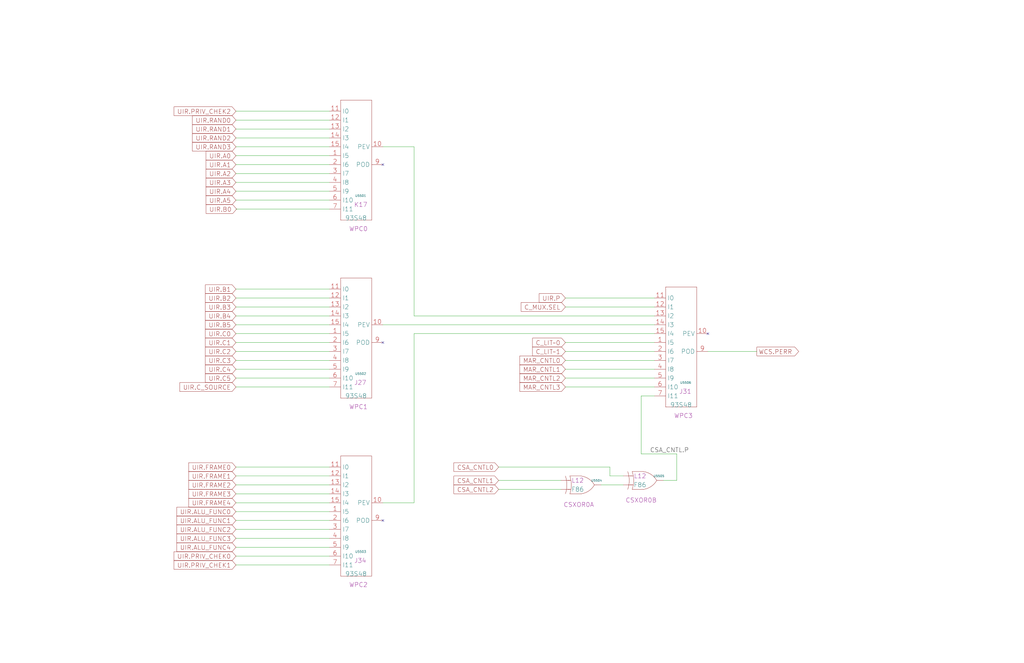
<source format=kicad_sch>
(kicad_sch (version 20250114) (generator "eeschema") (generator_version "9.0")
  (paper "User" 584.2 378.46)
  (title_block (title "WRITABLE CONTROL STORE\\nWCS PARITY") (date "15-MAR-90") (rev "1.0") (comment 1 "TYPE") (comment 2 "232-003062") (comment 3 "S400") (comment 4 "RELEASED"))
  (lib_symbols
    (symbol "r1000:93S48" (pin_names (offset 1.016))
      (property "Reference" "U" (at 2.54 5.08 0))
      (property "Value" "93S48" (at -6.35 -7.62 0))
      (property "Location" "___" (at -1.27 0 0))
      (property "Name" "______" (at 1.27 -15.24 0))
      (symbol "93S48_1_1"
        (rectangle (start -8.89 59.69) (end 8.89 -8.89))
        (pin input line (at -15.24 53.34 0) (length 6.35) (name "I0") (number "11"))
        (pin input line (at -15.24 48.26 0) (length 6.35) (name "I1") (number "12"))
        (pin input line (at -15.24 43.18 0) (length 6.35) (name "I2") (number "13"))
        (pin input line (at -15.24 38.1 0) (length 6.35) (name "I3") (number "14"))
        (pin input line (at -15.24 33.02 0) (length 6.35) (name "I4") (number "15"))
        (pin input line (at -15.24 27.94 0) (length 6.35) (name "I5") (number "1"))
        (pin input line (at -15.24 22.86 0) (length 6.35) (name "I6") (number "2"))
        (pin input line (at -15.24 17.78 0) (length 6.35) (name "I7") (number "3"))
        (pin input line (at -15.24 12.7 0) (length 6.35) (name "I8") (number "4"))
        (pin input line (at -15.24 7.62 0) (length 6.35) (name "I9") (number "5"))
        (pin input line (at -15.24 2.54 0) (length 6.35) (name "I10") (number "6"))
        (pin input line (at -15.24 -2.54 0) (length 6.35) (name "I11") (number "7"))
        (pin output line (at 15.24 33.02 180) (length 6.35) (name "PEV") (number "10"))
        (pin output line (at 15.24 22.86 180) (length 6.35) (name "POD") (number "9"))
      )
    )
    (symbol "r1000:F86" (pin_numbers (hide yes)) (pin_names (hide yes))
      (property "Reference" "U" (at 12.7 2.54 0))
      (property "Value" "F86" (at 1.905 -2.54 0))
      (property "Location" "___" (at 1.905 2.54 0))
      (property "Name" "______" (at 2.54 -12.7 0))
      (symbol "F86_0_0"
        (arc (start -5.0873 5.08) (mid -4.2626 0) (end -5.0873 -5.08) (stroke (width 0.1524)))
        (arc (start -2.5473 5.08) (mid -1.7226 0) (end -2.5473 -5.08) (stroke (width 0.1524)))
        (polyline (pts (xy -2.54 5.08) (xy 3.81 5.08)) (stroke (width 0.1524)))
        (polyline (pts (xy -2.54 -5.08) (xy 3.81 -5.08)) (stroke (width 0.1524)))
        (arc (start 11.43 0) (mid 8.2204 -3.4407) (end 3.81 -5.08) (stroke (width 0.1524)))
        (arc (start 3.81 5.08) (mid 8.2217 3.4425) (end 11.43 0) (stroke (width 0.1524)))
      )
      (symbol "F86_0_1"
        (polyline (pts (xy -3.81 2.54) (xy -1.905 2.54)) (stroke (width 0.1524)))
        (polyline (pts (xy -3.81 -2.54) (xy -1.905 -2.54)) (stroke (width 0.1524)))
        (polyline (pts (xy 12.7 0) (xy 11.43 0)) (stroke (width 0.1524)))
      )
      (symbol "F86_1_1"
        (pin input line (at -7.62 2.54 0) (length 5.08) (name "D0") (number "1"))
        (pin input line (at -7.62 -2.54 0) (length 5.08) (name "D1") (number "2"))
        (pin output line (at 15.24 0 180) (length 2.54) (name "Q") (number "3"))
      )
    )
  )
  (no_connect (at 218.44 93.98))
  (no_connect (at 218.44 297.18))
  (no_connect (at 403.86 190.5))
  (no_connect (at 218.44 195.58))
  (wire (pts (xy 236.22 287.02) (xy 236.22 190.5)))
  (wire (pts (xy 134.62 302.26) (xy 187.96 302.26)))
  (wire (pts (xy 365.76 226.06) (xy 365.76 259.08)))
  (wire (pts (xy 134.62 307.34) (xy 187.96 307.34)))
  (wire (pts (xy 342.9 276.86) (xy 355.6 276.86)))
  (wire (pts (xy 322.58 175.26) (xy 373.38 175.26)))
  (wire (pts (xy 134.62 104.14) (xy 187.96 104.14)))
  (wire (pts (xy 134.62 276.86) (xy 187.96 276.86)))
  (wire (pts (xy 134.62 220.98) (xy 187.96 220.98)))
  (wire (pts (xy 134.62 165.1) (xy 187.96 165.1)))
  (wire (pts (xy 365.76 259.08) (xy 386.08 259.08)))
  (wire (pts (xy 322.58 200.66) (xy 373.38 200.66)))
  (wire (pts (xy 134.62 271.78) (xy 187.96 271.78)))
  (wire (pts (xy 284.48 274.32) (xy 320.04 274.32)))
  (wire (pts (xy 134.62 68.58) (xy 187.96 68.58)))
  (wire (pts (xy 134.62 88.9) (xy 187.96 88.9)))
  (wire (pts (xy 236.22 190.5) (xy 373.38 190.5)))
  (wire (pts (xy 134.62 210.82) (xy 187.96 210.82)))
  (wire (pts (xy 134.62 109.22) (xy 187.96 109.22)))
  (wire (pts (xy 134.62 312.42) (xy 187.96 312.42)))
  (wire (pts (xy 236.22 180.34) (xy 373.38 180.34)))
  (wire (pts (xy 134.62 200.66) (xy 187.96 200.66)))
  (wire (pts (xy 134.62 185.42) (xy 187.96 185.42)))
  (wire (pts (xy 322.58 210.82) (xy 373.38 210.82)))
  (wire (pts (xy 134.62 205.74) (xy 187.96 205.74)))
  (wire (pts (xy 322.58 170.18) (xy 373.38 170.18)))
  (wire (pts (xy 134.62 266.7) (xy 187.96 266.7)))
  (wire (pts (xy 322.58 215.9) (xy 373.38 215.9)))
  (wire (pts (xy 134.62 195.58) (xy 187.96 195.58)))
  (wire (pts (xy 284.48 279.4) (xy 320.04 279.4)))
  (wire (pts (xy 134.62 78.74) (xy 187.96 78.74)))
  (wire (pts (xy 134.62 114.3) (xy 187.96 114.3)))
  (wire (pts (xy 134.62 180.34) (xy 187.96 180.34)))
  (wire (pts (xy 134.62 297.18) (xy 187.96 297.18)))
  (wire (pts (xy 134.62 170.18) (xy 187.96 170.18)))
  (wire (pts (xy 373.38 226.06) (xy 365.76 226.06)))
  (wire (pts (xy 134.62 119.38) (xy 187.96 119.38)))
  (wire (pts (xy 134.62 292.1) (xy 187.96 292.1)))
  (wire (pts (xy 134.62 215.9) (xy 187.96 215.9)))
  (wire (pts (xy 322.58 205.74) (xy 373.38 205.74)))
  (wire (pts (xy 322.58 195.58) (xy 373.38 195.58)))
  (wire (pts (xy 218.44 287.02) (xy 236.22 287.02)))
  (wire (pts (xy 134.62 287.02) (xy 187.96 287.02)))
  (wire (pts (xy 386.08 274.32) (xy 378.46 274.32)))
  (wire (pts (xy 134.62 83.82) (xy 187.96 83.82)))
  (wire (pts (xy 134.62 322.58) (xy 187.96 322.58)))
  (wire (pts (xy 347.98 271.78) (xy 355.6 271.78)))
  (wire (pts (xy 322.58 220.98) (xy 373.38 220.98)))
  (wire (pts (xy 386.08 259.08) (xy 386.08 274.32)))
  (wire (pts (xy 403.86 200.66) (xy 431.8 200.66)))
  (wire (pts (xy 218.44 83.82) (xy 236.22 83.82)))
  (wire (pts (xy 134.62 317.5) (xy 187.96 317.5)))
  (wire (pts (xy 284.48 266.7) (xy 347.98 266.7)))
  (wire (pts (xy 236.22 83.82) (xy 236.22 180.34)))
  (wire (pts (xy 134.62 281.94) (xy 187.96 281.94)))
  (wire (pts (xy 134.62 93.98) (xy 187.96 93.98)))
  (wire (pts (xy 134.62 63.5) (xy 187.96 63.5)))
  (wire (pts (xy 218.44 185.42) (xy 373.38 185.42)))
  (wire (pts (xy 347.98 266.7) (xy 347.98 271.78)))
  (wire (pts (xy 134.62 190.5) (xy 187.96 190.5)))
  (wire (pts (xy 134.62 175.26) (xy 187.96 175.26)))
  (wire (pts (xy 134.62 99.06) (xy 187.96 99.06)))
  (wire (pts (xy 134.62 73.66) (xy 187.96 73.66)))
  (label "CSA_CNTL.P" (at 370.84 259.08 0) (effects (font (size 2.54 2.54))))
  (global_label "UIR.P" (shape input) (at 322.58 170.18 180) (effects (font (size 2.54 2.54))) (property "Intersheetrefs" "${INTERSHEET_REFS}" (at 307.594 170.0213 0) (effects (font (size 1.905 1.905)) (justify right))))
  (global_label "UIR.B1" (shape input) (at 134.62 165.1 180) (effects (font (size 2.54 2.54))) (property "Intersheetrefs" "${INTERSHEET_REFS}" (at 117.215 164.9413 0) (effects (font (size 1.905 1.905)) (justify right))))
  (global_label "UIR.B4" (shape input) (at 134.62 180.34 180) (effects (font (size 2.54 2.54))) (property "Intersheetrefs" "${INTERSHEET_REFS}" (at 117.215 180.1813 0) (effects (font (size 1.905 1.905)) (justify right))))
  (global_label "UIR.FRAME4" (shape input) (at 134.62 287.02 180) (effects (font (size 2.54 2.54))) (property "Intersheetrefs" "${INTERSHEET_REFS}" (at 107.6597 286.8613 0) (effects (font (size 1.905 1.905)) (justify right))))
  (global_label "UIR.PRIV_CHEK1" (shape input) (at 134.62 322.58 180) (effects (font (size 2.54 2.54))) (property "Intersheetrefs" "${INTERSHEET_REFS}" (at 99.314 322.4213 0) (effects (font (size 1.905 1.905)) (justify right))))
  (global_label "UIR.ALU_FUNC3" (shape input) (at 134.62 307.34 180) (effects (font (size 2.54 2.54))) (property "Intersheetrefs" "${INTERSHEET_REFS}" (at 100.8864 307.1813 0) (effects (font (size 1.905 1.905)) (justify right))))
  (global_label "UIR.FRAME1" (shape input) (at 134.62 271.78 180) (effects (font (size 2.54 2.54))) (property "Intersheetrefs" "${INTERSHEET_REFS}" (at 107.6597 271.6213 0) (effects (font (size 1.905 1.905)) (justify right))))
  (global_label "MAR_CNTL0" (shape input) (at 322.58 205.74 180) (effects (font (size 2.54 2.54))) (property "Intersheetrefs" "${INTERSHEET_REFS}" (at 296.5873 205.5813 0) (effects (font (size 1.905 1.905)) (justify right))))
  (global_label "UIR.C3" (shape input) (at 134.62 205.74 180) (effects (font (size 2.54 2.54))) (property "Intersheetrefs" "${INTERSHEET_REFS}" (at 117.215 205.5813 0) (effects (font (size 1.905 1.905)) (justify right))))
  (global_label "UIR.A2" (shape input) (at 134.62 99.06 180) (effects (font (size 2.54 2.54))) (property "Intersheetrefs" "${INTERSHEET_REFS}" (at 117.5778 98.9013 0) (effects (font (size 1.905 1.905)) (justify right))))
  (global_label "UIR.C5" (shape input) (at 134.62 215.9 180) (effects (font (size 2.54 2.54))) (property "Intersheetrefs" "${INTERSHEET_REFS}" (at 117.215 215.7413 0) (effects (font (size 1.905 1.905)) (justify right))))
  (global_label "CSA_CNTL2" (shape input) (at 284.48 279.4 180) (effects (font (size 2.54 2.54))) (property "Intersheetrefs" "${INTERSHEET_REFS}" (at 258.9711 279.2413 0) (effects (font (size 1.905 1.905)) (justify right))))
  (global_label "UIR.C2" (shape input) (at 134.62 200.66 180) (effects (font (size 2.54 2.54))) (property "Intersheetrefs" "${INTERSHEET_REFS}" (at 117.215 200.5013 0) (effects (font (size 1.905 1.905)) (justify right))))
  (global_label "UIR.B0" (shape input) (at 134.9947 119.38 180) (effects (font (size 2.54 2.54))) (property "Intersheetrefs" "${INTERSHEET_REFS}" (at 117.5897 119.2213 0) (effects (font (size 1.905 1.905)) (justify right))))
  (global_label "UIR.RAND2" (shape input) (at 134.62 78.74 180) (effects (font (size 2.54 2.54))) (property "Intersheetrefs" "${INTERSHEET_REFS}" (at 109.8369 78.5813 0) (effects (font (size 1.905 1.905)) (justify right))))
  (global_label "C_LIT~0" (shape input) (at 322.58 195.58 180) (effects (font (size 2.54 2.54))) (property "Intersheetrefs" "${INTERSHEET_REFS}" (at 303.8445 195.4213 0) (effects (font (size 1.905 1.905)) (justify right))))
  (global_label "WCS.PERR" (shape output) (at 431.8 200.66 0) (effects (font (size 2.54 2.54))) (property "Intersheetrefs" "${INTERSHEET_REFS}" (at 455.6155 200.5013 0) (effects (font (size 1.905 1.905)) (justify left))))
  (global_label "UIR.B3" (shape input) (at 134.62 175.26 180) (effects (font (size 2.54 2.54))) (property "Intersheetrefs" "${INTERSHEET_REFS}" (at 117.215 175.1013 0) (effects (font (size 1.905 1.905)) (justify right))))
  (global_label "C_MUX.SEL" (shape input) (at 322.58 175.26 180) (effects (font (size 2.54 2.54))) (property "Intersheetrefs" "${INTERSHEET_REFS}" (at 297.313 175.1013 0) (effects (font (size 1.905 1.905)) (justify right))))
  (global_label "UIR.FRAME3" (shape input) (at 134.62 281.94 180) (effects (font (size 2.54 2.54))) (property "Intersheetrefs" "${INTERSHEET_REFS}" (at 107.6597 281.7813 0) (effects (font (size 1.905 1.905)) (justify right))))
  (global_label "UIR.ALU_FUNC2" (shape input) (at 134.62 302.26 180) (effects (font (size 2.54 2.54))) (property "Intersheetrefs" "${INTERSHEET_REFS}" (at 100.8864 302.1013 0) (effects (font (size 1.905 1.905)) (justify right))))
  (global_label "UIR.A4" (shape input) (at 134.62 109.22 180) (effects (font (size 2.54 2.54))) (property "Intersheetrefs" "${INTERSHEET_REFS}" (at 117.5778 109.0613 0) (effects (font (size 1.905 1.905)) (justify right))))
  (global_label "CSA_CNTL0" (shape input) (at 284.48 266.7 180) (effects (font (size 2.54 2.54))) (property "Intersheetrefs" "${INTERSHEET_REFS}" (at 258.9711 266.5413 0) (effects (font (size 1.905 1.905)) (justify right))))
  (global_label "MAR_CNTL1" (shape input) (at 322.58 210.82 180) (effects (font (size 2.54 2.54))) (property "Intersheetrefs" "${INTERSHEET_REFS}" (at 296.5873 210.6613 0) (effects (font (size 1.905 1.905)) (justify right))))
  (global_label "UIR.ALU_FUNC1" (shape input) (at 134.62 297.18 180) (effects (font (size 2.54 2.54))) (property "Intersheetrefs" "${INTERSHEET_REFS}" (at 100.8864 297.0213 0) (effects (font (size 1.905 1.905)) (justify right))))
  (global_label "UIR.A5" (shape input) (at 134.62 114.3 180) (effects (font (size 2.54 2.54))) (property "Intersheetrefs" "${INTERSHEET_REFS}" (at 117.5778 114.1413 0) (effects (font (size 1.905 1.905)) (justify right))))
  (global_label "MAR_CNTL2" (shape input) (at 322.58 215.9 180) (effects (font (size 2.54 2.54))) (property "Intersheetrefs" "${INTERSHEET_REFS}" (at 296.5873 215.7413 0) (effects (font (size 1.905 1.905)) (justify right))))
  (global_label "UIR.RAND3" (shape input) (at 134.62 83.82 180) (effects (font (size 2.54 2.54))) (property "Intersheetrefs" "${INTERSHEET_REFS}" (at 109.8369 83.6613 0) (effects (font (size 1.905 1.905)) (justify right))))
  (global_label "UIR.A1" (shape input) (at 134.62 93.98 180) (effects (font (size 2.54 2.54))) (property "Intersheetrefs" "${INTERSHEET_REFS}" (at 117.5778 93.8213 0) (effects (font (size 1.905 1.905)) (justify right))))
  (global_label "UIR.C1" (shape input) (at 134.62 195.58 180) (effects (font (size 2.54 2.54))) (property "Intersheetrefs" "${INTERSHEET_REFS}" (at 117.215 195.4213 0) (effects (font (size 1.905 1.905)) (justify right))))
  (global_label "UIR.C4" (shape input) (at 134.62 210.82 180) (effects (font (size 2.54 2.54))) (property "Intersheetrefs" "${INTERSHEET_REFS}" (at 117.215 210.6613 0) (effects (font (size 1.905 1.905)) (justify right))))
  (global_label "C_LIT~1" (shape input) (at 322.58 200.66 180) (effects (font (size 2.54 2.54))) (property "Intersheetrefs" "${INTERSHEET_REFS}" (at 303.8445 200.5013 0) (effects (font (size 1.905 1.905)) (justify right))))
  (global_label "UIR.ALU_FUNC4" (shape input) (at 134.62 312.42 180) (effects (font (size 2.54 2.54))) (property "Intersheetrefs" "${INTERSHEET_REFS}" (at 100.8864 312.2613 0) (effects (font (size 1.905 1.905)) (justify right))))
  (global_label "UIR.RAND1" (shape input) (at 134.62 73.66 180) (effects (font (size 2.54 2.54))) (property "Intersheetrefs" "${INTERSHEET_REFS}" (at 109.8369 73.5013 0) (effects (font (size 1.905 1.905)) (justify right))))
  (global_label "UIR.A0" (shape input) (at 134.62 88.9 180) (effects (font (size 2.54 2.54))) (property "Intersheetrefs" "${INTERSHEET_REFS}" (at 117.5778 88.7413 0) (effects (font (size 1.905 1.905)) (justify right))))
  (global_label "UIR.ALU_FUNC0" (shape input) (at 134.62 292.1 180) (effects (font (size 2.54 2.54))) (property "Intersheetrefs" "${INTERSHEET_REFS}" (at 100.8864 291.9413 0) (effects (font (size 1.905 1.905)) (justify right))))
  (global_label "UIR.C0" (shape input) (at 134.62 190.5 180) (effects (font (size 2.54 2.54))) (property "Intersheetrefs" "${INTERSHEET_REFS}" (at 117.215 190.3413 0) (effects (font (size 1.905 1.905)) (justify right))))
  (global_label "UIR.PRIV_CHEK0" (shape input) (at 134.62 317.5 180) (effects (font (size 2.54 2.54))) (property "Intersheetrefs" "${INTERSHEET_REFS}" (at 99.314 317.3413 0) (effects (font (size 1.905 1.905)) (justify right))))
  (global_label "UIR.B2" (shape input) (at 134.62 170.18 180) (effects (font (size 2.54 2.54))) (property "Intersheetrefs" "${INTERSHEET_REFS}" (at 117.215 170.0213 0) (effects (font (size 1.905 1.905)) (justify right))))
  (global_label "UIR.PRIV_CHEK2" (shape input) (at 134.62 63.5 180) (effects (font (size 2.54 2.54))) (property "Intersheetrefs" "${INTERSHEET_REFS}" (at 99.314 63.3413 0) (effects (font (size 1.905 1.905)) (justify right))))
  (global_label "UIR.RAND0" (shape input) (at 134.62 68.58 180) (effects (font (size 2.54 2.54))) (property "Intersheetrefs" "${INTERSHEET_REFS}" (at 109.8369 68.4213 0) (effects (font (size 1.905 1.905)) (justify right))))
  (global_label "UIR.C_SOURCE" (shape input) (at 134.62 220.98 180) (effects (font (size 2.54 2.54))) (property "Intersheetrefs" "${INTERSHEET_REFS}" (at 102.5797 220.8213 0) (effects (font (size 1.905 1.905)) (justify right))))
  (global_label "CSA_CNTL1" (shape input) (at 284.48 274.32 180) (effects (font (size 2.54 2.54))) (property "Intersheetrefs" "${INTERSHEET_REFS}" (at 258.9711 274.1613 0) (effects (font (size 1.905 1.905)) (justify right))))
  (global_label "UIR.FRAME0" (shape input) (at 134.62 266.7 180) (effects (font (size 2.54 2.54))) (property "Intersheetrefs" "${INTERSHEET_REFS}" (at 107.6597 266.5413 0) (effects (font (size 1.905 1.905)) (justify right))))
  (global_label "UIR.B5" (shape input) (at 134.62 185.42 180) (effects (font (size 2.54 2.54))) (property "Intersheetrefs" "${INTERSHEET_REFS}" (at 117.215 185.2613 0) (effects (font (size 1.905 1.905)) (justify right))))
  (global_label "UIR.A3" (shape input) (at 134.62 104.14 180) (effects (font (size 2.54 2.54))) (property "Intersheetrefs" "${INTERSHEET_REFS}" (at 117.5778 103.9813 0) (effects (font (size 1.905 1.905)) (justify right))))
  (global_label "UIR.FRAME2" (shape input) (at 134.62 276.86 180) (effects (font (size 2.54 2.54))) (property "Intersheetrefs" "${INTERSHEET_REFS}" (at 107.6597 276.7013 0) (effects (font (size 1.905 1.905)) (justify right))))
  (global_label "MAR_CNTL3" (shape input) (at 322.58 220.98 180) (effects (font (size 2.54 2.54))) (property "Intersheetrefs" "${INTERSHEET_REFS}" (at 296.5873 220.8213 0) (effects (font (size 1.905 1.905)) (justify right))))
  (symbol (lib_id "r1000:93S48") (at 203.2 218.44 0) (unit 1)
    (property "Reference" "U5502" (at 205.74 213.36 0))
    (property "Value" "93S48" (at 196.85 226.06 0) (effects (font (size 2.54 2.54)) (justify left)))
    (property "Location" "J27" (at 201.93 218.44 0) (effects (font (size 2.54 2.54)) (justify left)))
    (property "Name" "WPC1" (at 204.47 233.68 0) (effects (font (size 2.54 2.54)) (justify bottom)))
  )
  (symbol (lib_id "r1000:93S48") (at 203.2 320.04 0) (unit 1)
    (property "Reference" "U5503" (at 205.74 314.96 0))
    (property "Value" "93S48" (at 196.85 327.66 0) (effects (font (size 2.54 2.54)) (justify left)))
    (property "Location" "J34" (at 201.93 320.04 0) (effects (font (size 2.54 2.54)) (justify left)))
    (property "Name" "WPC2" (at 204.47 335.28 0) (effects (font (size 2.54 2.54)) (justify bottom)))
  )
  (symbol (lib_id "r1000:F86") (at 327.66 276.86 0) (unit 1)
    (property "Reference" "U5504" (at 340.36 274.32 0))
    (property "Value" "F86" (at 329.565 279.4 0) (effects (font (size 2.54 2.54))))
    (property "Location" "L12" (at 329.565 274.32 0) (effects (font (size 2.54 2.54))))
    (property "Name" "CSXOR0A" (at 330.2 289.56 0) (effects (font (size 2.54 2.54)) (justify bottom)))
  )
  (symbol (lib_id "r1000:93S48") (at 203.2 116.84 0) (unit 1)
    (property "Reference" "U5501" (at 205.74 111.76 0))
    (property "Value" "93S48" (at 196.85 124.46 0) (effects (font (size 2.54 2.54)) (justify left)))
    (property "Location" "K17" (at 201.93 116.84 0) (effects (font (size 2.54 2.54)) (justify left)))
    (property "Name" "WPC0" (at 204.47 132.08 0) (effects (font (size 2.54 2.54)) (justify bottom)))
  )
  (symbol (lib_id "r1000:93S48") (at 388.62 223.52 0) (unit 1)
    (property "Reference" "U5506" (at 391.16 218.44 0))
    (property "Value" "93S48" (at 382.27 231.14 0) (effects (font (size 2.54 2.54)) (justify left)))
    (property "Location" "J31" (at 387.35 223.52 0) (effects (font (size 2.54 2.54)) (justify left)))
    (property "Name" "WPC3" (at 389.89 238.76 0) (effects (font (size 2.54 2.54)) (justify bottom)))
  )
  (symbol (lib_id "r1000:F86") (at 363.22 274.32 0) (unit 1)
    (property "Reference" "U5505" (at 375.92 271.78 0))
    (property "Value" "F86" (at 365.125 276.86 0) (effects (font (size 2.54 2.54))))
    (property "Location" "L12" (at 365.125 271.78 0) (effects (font (size 2.54 2.54))))
    (property "Name" "CSXOR0B" (at 365.76 287.02 0) (effects (font (size 2.54 2.54)) (justify bottom)))
  )
)
</source>
